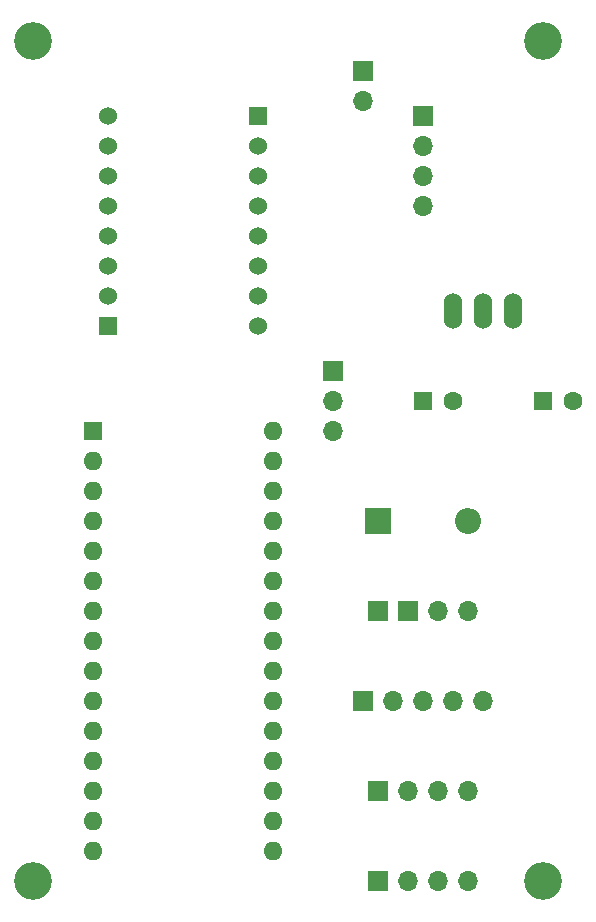
<source format=gbr>
%TF.GenerationSoftware,KiCad,Pcbnew,(6.0.4)*%
%TF.CreationDate,2022-08-04T20:18:12-07:00*%
%TF.ProjectId,l0ckcr4ck3r,6c30636b-6372-4346-936b-33722e6b6963,rev?*%
%TF.SameCoordinates,Original*%
%TF.FileFunction,Soldermask,Bot*%
%TF.FilePolarity,Negative*%
%FSLAX46Y46*%
G04 Gerber Fmt 4.6, Leading zero omitted, Abs format (unit mm)*
G04 Created by KiCad (PCBNEW (6.0.4)) date 2022-08-04 20:18:12*
%MOMM*%
%LPD*%
G01*
G04 APERTURE LIST*
%ADD10R,1.524000X1.524000*%
%ADD11C,1.524000*%
%ADD12R,1.700000X1.700000*%
%ADD13O,1.700000X1.700000*%
%ADD14O,1.524000X3.048000*%
%ADD15C,3.200000*%
%ADD16R,1.600000X1.600000*%
%ADD17C,1.600000*%
%ADD18R,2.200000X2.200000*%
%ADD19O,2.200000X2.200000*%
%ADD20O,1.600000X1.600000*%
G04 APERTURE END LIST*
D10*
%TO.C,U2*%
X135890000Y-64770000D03*
D11*
X135890000Y-62230000D03*
X135890000Y-59690000D03*
X135890000Y-57150000D03*
X135890000Y-54610000D03*
X135890000Y-52070000D03*
X135890000Y-49530000D03*
X135890000Y-46990000D03*
D10*
X148590000Y-46990000D03*
D11*
X148590000Y-49530000D03*
X148590000Y-52070000D03*
X148590000Y-54610000D03*
X148590000Y-57150000D03*
X148590000Y-59690000D03*
X148590000Y-62230000D03*
X148590000Y-64770000D03*
%TD*%
D12*
%TO.C,M3*%
X161300000Y-88925000D03*
D13*
X163840000Y-88925000D03*
X166380000Y-88925000D03*
%TD*%
D12*
%TO.C,U6*%
X158760000Y-104140000D03*
D13*
X161300000Y-104140000D03*
X163840000Y-104140000D03*
X166380000Y-104140000D03*
%TD*%
D12*
%TO.C,M2*%
X157480000Y-43180000D03*
D13*
X157480000Y-45720000D03*
%TD*%
D12*
%TO.C,U5*%
X158760000Y-111760000D03*
D13*
X161300000Y-111760000D03*
X163840000Y-111760000D03*
X166380000Y-111760000D03*
%TD*%
D14*
%TO.C,U4*%
X165100000Y-63500000D03*
X167640000Y-63500000D03*
X170180000Y-63500000D03*
%TD*%
D12*
%TO.C,M1*%
X162585000Y-47000000D03*
D13*
X162585000Y-49540000D03*
X162585000Y-52080000D03*
X162585000Y-54620000D03*
%TD*%
D15*
%TO.C,REF\u002A\u002A*%
X172720000Y-111785000D03*
%TD*%
D12*
%TO.C,M4*%
X154940000Y-68580000D03*
D13*
X154940000Y-71120000D03*
X154940000Y-73660000D03*
%TD*%
D15*
%TO.C,REF\u002A\u002A*%
X129540000Y-40640000D03*
%TD*%
D16*
%TO.C,C1*%
X162560000Y-71120000D03*
D17*
X165060000Y-71120000D03*
%TD*%
D12*
%TO.C,U3*%
X157510000Y-96520000D03*
D13*
X160050000Y-96520000D03*
X162590000Y-96520000D03*
X165130000Y-96520000D03*
X167670000Y-96520000D03*
%TD*%
D18*
%TO.C,D1*%
X158750000Y-81305000D03*
D19*
X166370000Y-81305000D03*
%TD*%
D16*
%TO.C,C2*%
X172720000Y-71120000D03*
D17*
X175220000Y-71120000D03*
%TD*%
D15*
%TO.C,REF\u002A\u002A*%
X129540000Y-111760000D03*
%TD*%
%TO.C,REF\u002A\u002A*%
X172720000Y-40665000D03*
%TD*%
D16*
%TO.C,A1*%
X134620000Y-73660000D03*
D20*
X134620000Y-76200000D03*
X134620000Y-78740000D03*
X134620000Y-81280000D03*
X134620000Y-83820000D03*
X134620000Y-86360000D03*
X134620000Y-88900000D03*
X134620000Y-91440000D03*
X134620000Y-93980000D03*
X134620000Y-96520000D03*
X134620000Y-99060000D03*
X134620000Y-101600000D03*
X134620000Y-104140000D03*
X134620000Y-106680000D03*
X134620000Y-109220000D03*
X149860000Y-109220000D03*
X149860000Y-106680000D03*
X149860000Y-104140000D03*
X149860000Y-101600000D03*
X149860000Y-99060000D03*
X149860000Y-96520000D03*
X149860000Y-93980000D03*
X149860000Y-91440000D03*
X149860000Y-88900000D03*
X149860000Y-86360000D03*
X149860000Y-83820000D03*
X149860000Y-81280000D03*
X149860000Y-78740000D03*
X149860000Y-76200000D03*
X149860000Y-73660000D03*
%TD*%
D12*
%TO.C,J1*%
X158760000Y-88925000D03*
%TD*%
M02*

</source>
